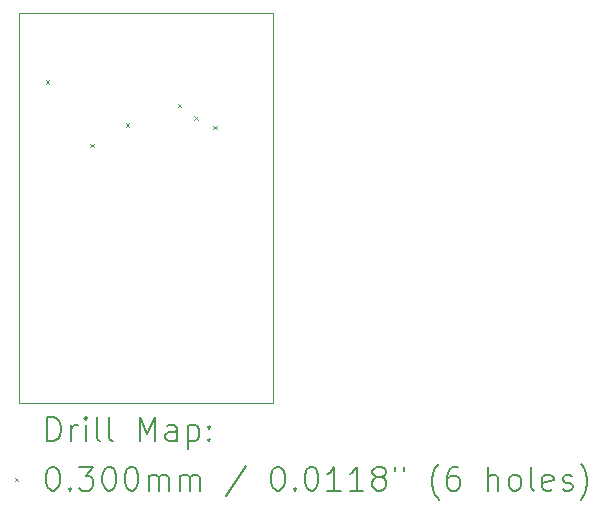
<source format=gbr>
%TF.GenerationSoftware,KiCad,Pcbnew,7.0.2-0*%
%TF.CreationDate,2023-11-12T18:23:27-05:00*%
%TF.ProjectId,Audio Module,41756469-6f20-44d6-9f64-756c652e6b69,rev?*%
%TF.SameCoordinates,Original*%
%TF.FileFunction,Drillmap*%
%TF.FilePolarity,Positive*%
%FSLAX45Y45*%
G04 Gerber Fmt 4.5, Leading zero omitted, Abs format (unit mm)*
G04 Created by KiCad (PCBNEW 7.0.2-0) date 2023-11-12 18:23:27*
%MOMM*%
%LPD*%
G01*
G04 APERTURE LIST*
%ADD10C,0.100000*%
%ADD11C,0.200000*%
%ADD12C,0.030000*%
G04 APERTURE END LIST*
D10*
X9911523Y-7285570D02*
X12065288Y-7285570D01*
X12065288Y-10594058D01*
X9911523Y-10594058D01*
X9911523Y-7285570D01*
D11*
D12*
X10140400Y-7854860D02*
X10170400Y-7884860D01*
X10170400Y-7854860D02*
X10140400Y-7884860D01*
X10518500Y-8394220D02*
X10548500Y-8424220D01*
X10548500Y-8394220D02*
X10518500Y-8424220D01*
X10816860Y-8222580D02*
X10846860Y-8252580D01*
X10846860Y-8222580D02*
X10816860Y-8252580D01*
X11259660Y-8056330D02*
X11289660Y-8086330D01*
X11289660Y-8056330D02*
X11259660Y-8086330D01*
X11398690Y-8161030D02*
X11428690Y-8191030D01*
X11428690Y-8161030D02*
X11398690Y-8191030D01*
X11557210Y-8241630D02*
X11587210Y-8271630D01*
X11587210Y-8241630D02*
X11557210Y-8271630D01*
D11*
X10154142Y-10911582D02*
X10154142Y-10711582D01*
X10154142Y-10711582D02*
X10201761Y-10711582D01*
X10201761Y-10711582D02*
X10230333Y-10721106D01*
X10230333Y-10721106D02*
X10249381Y-10740153D01*
X10249381Y-10740153D02*
X10258904Y-10759201D01*
X10258904Y-10759201D02*
X10268428Y-10797296D01*
X10268428Y-10797296D02*
X10268428Y-10825868D01*
X10268428Y-10825868D02*
X10258904Y-10863963D01*
X10258904Y-10863963D02*
X10249381Y-10883010D01*
X10249381Y-10883010D02*
X10230333Y-10902058D01*
X10230333Y-10902058D02*
X10201761Y-10911582D01*
X10201761Y-10911582D02*
X10154142Y-10911582D01*
X10354142Y-10911582D02*
X10354142Y-10778249D01*
X10354142Y-10816344D02*
X10363666Y-10797296D01*
X10363666Y-10797296D02*
X10373190Y-10787772D01*
X10373190Y-10787772D02*
X10392238Y-10778249D01*
X10392238Y-10778249D02*
X10411285Y-10778249D01*
X10477952Y-10911582D02*
X10477952Y-10778249D01*
X10477952Y-10711582D02*
X10468428Y-10721106D01*
X10468428Y-10721106D02*
X10477952Y-10730630D01*
X10477952Y-10730630D02*
X10487476Y-10721106D01*
X10487476Y-10721106D02*
X10477952Y-10711582D01*
X10477952Y-10711582D02*
X10477952Y-10730630D01*
X10601761Y-10911582D02*
X10582714Y-10902058D01*
X10582714Y-10902058D02*
X10573190Y-10883010D01*
X10573190Y-10883010D02*
X10573190Y-10711582D01*
X10706523Y-10911582D02*
X10687476Y-10902058D01*
X10687476Y-10902058D02*
X10677952Y-10883010D01*
X10677952Y-10883010D02*
X10677952Y-10711582D01*
X10935095Y-10911582D02*
X10935095Y-10711582D01*
X10935095Y-10711582D02*
X11001762Y-10854439D01*
X11001762Y-10854439D02*
X11068428Y-10711582D01*
X11068428Y-10711582D02*
X11068428Y-10911582D01*
X11249380Y-10911582D02*
X11249380Y-10806820D01*
X11249380Y-10806820D02*
X11239857Y-10787772D01*
X11239857Y-10787772D02*
X11220809Y-10778249D01*
X11220809Y-10778249D02*
X11182714Y-10778249D01*
X11182714Y-10778249D02*
X11163666Y-10787772D01*
X11249380Y-10902058D02*
X11230333Y-10911582D01*
X11230333Y-10911582D02*
X11182714Y-10911582D01*
X11182714Y-10911582D02*
X11163666Y-10902058D01*
X11163666Y-10902058D02*
X11154142Y-10883010D01*
X11154142Y-10883010D02*
X11154142Y-10863963D01*
X11154142Y-10863963D02*
X11163666Y-10844915D01*
X11163666Y-10844915D02*
X11182714Y-10835391D01*
X11182714Y-10835391D02*
X11230333Y-10835391D01*
X11230333Y-10835391D02*
X11249380Y-10825868D01*
X11344619Y-10778249D02*
X11344619Y-10978249D01*
X11344619Y-10787772D02*
X11363666Y-10778249D01*
X11363666Y-10778249D02*
X11401761Y-10778249D01*
X11401761Y-10778249D02*
X11420809Y-10787772D01*
X11420809Y-10787772D02*
X11430333Y-10797296D01*
X11430333Y-10797296D02*
X11439857Y-10816344D01*
X11439857Y-10816344D02*
X11439857Y-10873487D01*
X11439857Y-10873487D02*
X11430333Y-10892534D01*
X11430333Y-10892534D02*
X11420809Y-10902058D01*
X11420809Y-10902058D02*
X11401761Y-10911582D01*
X11401761Y-10911582D02*
X11363666Y-10911582D01*
X11363666Y-10911582D02*
X11344619Y-10902058D01*
X11525571Y-10892534D02*
X11535095Y-10902058D01*
X11535095Y-10902058D02*
X11525571Y-10911582D01*
X11525571Y-10911582D02*
X11516047Y-10902058D01*
X11516047Y-10902058D02*
X11525571Y-10892534D01*
X11525571Y-10892534D02*
X11525571Y-10911582D01*
X11525571Y-10787772D02*
X11535095Y-10797296D01*
X11535095Y-10797296D02*
X11525571Y-10806820D01*
X11525571Y-10806820D02*
X11516047Y-10797296D01*
X11516047Y-10797296D02*
X11525571Y-10787772D01*
X11525571Y-10787772D02*
X11525571Y-10806820D01*
D12*
X9876523Y-11224058D02*
X9906523Y-11254058D01*
X9906523Y-11224058D02*
X9876523Y-11254058D01*
D11*
X10192238Y-11131582D02*
X10211285Y-11131582D01*
X10211285Y-11131582D02*
X10230333Y-11141106D01*
X10230333Y-11141106D02*
X10239857Y-11150630D01*
X10239857Y-11150630D02*
X10249381Y-11169677D01*
X10249381Y-11169677D02*
X10258904Y-11207772D01*
X10258904Y-11207772D02*
X10258904Y-11255391D01*
X10258904Y-11255391D02*
X10249381Y-11293487D01*
X10249381Y-11293487D02*
X10239857Y-11312534D01*
X10239857Y-11312534D02*
X10230333Y-11322058D01*
X10230333Y-11322058D02*
X10211285Y-11331582D01*
X10211285Y-11331582D02*
X10192238Y-11331582D01*
X10192238Y-11331582D02*
X10173190Y-11322058D01*
X10173190Y-11322058D02*
X10163666Y-11312534D01*
X10163666Y-11312534D02*
X10154142Y-11293487D01*
X10154142Y-11293487D02*
X10144619Y-11255391D01*
X10144619Y-11255391D02*
X10144619Y-11207772D01*
X10144619Y-11207772D02*
X10154142Y-11169677D01*
X10154142Y-11169677D02*
X10163666Y-11150630D01*
X10163666Y-11150630D02*
X10173190Y-11141106D01*
X10173190Y-11141106D02*
X10192238Y-11131582D01*
X10344619Y-11312534D02*
X10354142Y-11322058D01*
X10354142Y-11322058D02*
X10344619Y-11331582D01*
X10344619Y-11331582D02*
X10335095Y-11322058D01*
X10335095Y-11322058D02*
X10344619Y-11312534D01*
X10344619Y-11312534D02*
X10344619Y-11331582D01*
X10420809Y-11131582D02*
X10544619Y-11131582D01*
X10544619Y-11131582D02*
X10477952Y-11207772D01*
X10477952Y-11207772D02*
X10506523Y-11207772D01*
X10506523Y-11207772D02*
X10525571Y-11217296D01*
X10525571Y-11217296D02*
X10535095Y-11226820D01*
X10535095Y-11226820D02*
X10544619Y-11245868D01*
X10544619Y-11245868D02*
X10544619Y-11293487D01*
X10544619Y-11293487D02*
X10535095Y-11312534D01*
X10535095Y-11312534D02*
X10525571Y-11322058D01*
X10525571Y-11322058D02*
X10506523Y-11331582D01*
X10506523Y-11331582D02*
X10449381Y-11331582D01*
X10449381Y-11331582D02*
X10430333Y-11322058D01*
X10430333Y-11322058D02*
X10420809Y-11312534D01*
X10668428Y-11131582D02*
X10687476Y-11131582D01*
X10687476Y-11131582D02*
X10706523Y-11141106D01*
X10706523Y-11141106D02*
X10716047Y-11150630D01*
X10716047Y-11150630D02*
X10725571Y-11169677D01*
X10725571Y-11169677D02*
X10735095Y-11207772D01*
X10735095Y-11207772D02*
X10735095Y-11255391D01*
X10735095Y-11255391D02*
X10725571Y-11293487D01*
X10725571Y-11293487D02*
X10716047Y-11312534D01*
X10716047Y-11312534D02*
X10706523Y-11322058D01*
X10706523Y-11322058D02*
X10687476Y-11331582D01*
X10687476Y-11331582D02*
X10668428Y-11331582D01*
X10668428Y-11331582D02*
X10649381Y-11322058D01*
X10649381Y-11322058D02*
X10639857Y-11312534D01*
X10639857Y-11312534D02*
X10630333Y-11293487D01*
X10630333Y-11293487D02*
X10620809Y-11255391D01*
X10620809Y-11255391D02*
X10620809Y-11207772D01*
X10620809Y-11207772D02*
X10630333Y-11169677D01*
X10630333Y-11169677D02*
X10639857Y-11150630D01*
X10639857Y-11150630D02*
X10649381Y-11141106D01*
X10649381Y-11141106D02*
X10668428Y-11131582D01*
X10858904Y-11131582D02*
X10877952Y-11131582D01*
X10877952Y-11131582D02*
X10897000Y-11141106D01*
X10897000Y-11141106D02*
X10906523Y-11150630D01*
X10906523Y-11150630D02*
X10916047Y-11169677D01*
X10916047Y-11169677D02*
X10925571Y-11207772D01*
X10925571Y-11207772D02*
X10925571Y-11255391D01*
X10925571Y-11255391D02*
X10916047Y-11293487D01*
X10916047Y-11293487D02*
X10906523Y-11312534D01*
X10906523Y-11312534D02*
X10897000Y-11322058D01*
X10897000Y-11322058D02*
X10877952Y-11331582D01*
X10877952Y-11331582D02*
X10858904Y-11331582D01*
X10858904Y-11331582D02*
X10839857Y-11322058D01*
X10839857Y-11322058D02*
X10830333Y-11312534D01*
X10830333Y-11312534D02*
X10820809Y-11293487D01*
X10820809Y-11293487D02*
X10811285Y-11255391D01*
X10811285Y-11255391D02*
X10811285Y-11207772D01*
X10811285Y-11207772D02*
X10820809Y-11169677D01*
X10820809Y-11169677D02*
X10830333Y-11150630D01*
X10830333Y-11150630D02*
X10839857Y-11141106D01*
X10839857Y-11141106D02*
X10858904Y-11131582D01*
X11011285Y-11331582D02*
X11011285Y-11198248D01*
X11011285Y-11217296D02*
X11020809Y-11207772D01*
X11020809Y-11207772D02*
X11039857Y-11198248D01*
X11039857Y-11198248D02*
X11068428Y-11198248D01*
X11068428Y-11198248D02*
X11087476Y-11207772D01*
X11087476Y-11207772D02*
X11097000Y-11226820D01*
X11097000Y-11226820D02*
X11097000Y-11331582D01*
X11097000Y-11226820D02*
X11106523Y-11207772D01*
X11106523Y-11207772D02*
X11125571Y-11198248D01*
X11125571Y-11198248D02*
X11154142Y-11198248D01*
X11154142Y-11198248D02*
X11173190Y-11207772D01*
X11173190Y-11207772D02*
X11182714Y-11226820D01*
X11182714Y-11226820D02*
X11182714Y-11331582D01*
X11277952Y-11331582D02*
X11277952Y-11198248D01*
X11277952Y-11217296D02*
X11287476Y-11207772D01*
X11287476Y-11207772D02*
X11306523Y-11198248D01*
X11306523Y-11198248D02*
X11335095Y-11198248D01*
X11335095Y-11198248D02*
X11354142Y-11207772D01*
X11354142Y-11207772D02*
X11363666Y-11226820D01*
X11363666Y-11226820D02*
X11363666Y-11331582D01*
X11363666Y-11226820D02*
X11373190Y-11207772D01*
X11373190Y-11207772D02*
X11392238Y-11198248D01*
X11392238Y-11198248D02*
X11420809Y-11198248D01*
X11420809Y-11198248D02*
X11439857Y-11207772D01*
X11439857Y-11207772D02*
X11449381Y-11226820D01*
X11449381Y-11226820D02*
X11449381Y-11331582D01*
X11839857Y-11122058D02*
X11668428Y-11379201D01*
X12097000Y-11131582D02*
X12116047Y-11131582D01*
X12116047Y-11131582D02*
X12135095Y-11141106D01*
X12135095Y-11141106D02*
X12144619Y-11150630D01*
X12144619Y-11150630D02*
X12154143Y-11169677D01*
X12154143Y-11169677D02*
X12163666Y-11207772D01*
X12163666Y-11207772D02*
X12163666Y-11255391D01*
X12163666Y-11255391D02*
X12154143Y-11293487D01*
X12154143Y-11293487D02*
X12144619Y-11312534D01*
X12144619Y-11312534D02*
X12135095Y-11322058D01*
X12135095Y-11322058D02*
X12116047Y-11331582D01*
X12116047Y-11331582D02*
X12097000Y-11331582D01*
X12097000Y-11331582D02*
X12077952Y-11322058D01*
X12077952Y-11322058D02*
X12068428Y-11312534D01*
X12068428Y-11312534D02*
X12058904Y-11293487D01*
X12058904Y-11293487D02*
X12049381Y-11255391D01*
X12049381Y-11255391D02*
X12049381Y-11207772D01*
X12049381Y-11207772D02*
X12058904Y-11169677D01*
X12058904Y-11169677D02*
X12068428Y-11150630D01*
X12068428Y-11150630D02*
X12077952Y-11141106D01*
X12077952Y-11141106D02*
X12097000Y-11131582D01*
X12249381Y-11312534D02*
X12258904Y-11322058D01*
X12258904Y-11322058D02*
X12249381Y-11331582D01*
X12249381Y-11331582D02*
X12239857Y-11322058D01*
X12239857Y-11322058D02*
X12249381Y-11312534D01*
X12249381Y-11312534D02*
X12249381Y-11331582D01*
X12382714Y-11131582D02*
X12401762Y-11131582D01*
X12401762Y-11131582D02*
X12420809Y-11141106D01*
X12420809Y-11141106D02*
X12430333Y-11150630D01*
X12430333Y-11150630D02*
X12439857Y-11169677D01*
X12439857Y-11169677D02*
X12449381Y-11207772D01*
X12449381Y-11207772D02*
X12449381Y-11255391D01*
X12449381Y-11255391D02*
X12439857Y-11293487D01*
X12439857Y-11293487D02*
X12430333Y-11312534D01*
X12430333Y-11312534D02*
X12420809Y-11322058D01*
X12420809Y-11322058D02*
X12401762Y-11331582D01*
X12401762Y-11331582D02*
X12382714Y-11331582D01*
X12382714Y-11331582D02*
X12363666Y-11322058D01*
X12363666Y-11322058D02*
X12354143Y-11312534D01*
X12354143Y-11312534D02*
X12344619Y-11293487D01*
X12344619Y-11293487D02*
X12335095Y-11255391D01*
X12335095Y-11255391D02*
X12335095Y-11207772D01*
X12335095Y-11207772D02*
X12344619Y-11169677D01*
X12344619Y-11169677D02*
X12354143Y-11150630D01*
X12354143Y-11150630D02*
X12363666Y-11141106D01*
X12363666Y-11141106D02*
X12382714Y-11131582D01*
X12639857Y-11331582D02*
X12525571Y-11331582D01*
X12582714Y-11331582D02*
X12582714Y-11131582D01*
X12582714Y-11131582D02*
X12563666Y-11160153D01*
X12563666Y-11160153D02*
X12544619Y-11179201D01*
X12544619Y-11179201D02*
X12525571Y-11188725D01*
X12830333Y-11331582D02*
X12716047Y-11331582D01*
X12773190Y-11331582D02*
X12773190Y-11131582D01*
X12773190Y-11131582D02*
X12754143Y-11160153D01*
X12754143Y-11160153D02*
X12735095Y-11179201D01*
X12735095Y-11179201D02*
X12716047Y-11188725D01*
X12944619Y-11217296D02*
X12925571Y-11207772D01*
X12925571Y-11207772D02*
X12916047Y-11198248D01*
X12916047Y-11198248D02*
X12906524Y-11179201D01*
X12906524Y-11179201D02*
X12906524Y-11169677D01*
X12906524Y-11169677D02*
X12916047Y-11150630D01*
X12916047Y-11150630D02*
X12925571Y-11141106D01*
X12925571Y-11141106D02*
X12944619Y-11131582D01*
X12944619Y-11131582D02*
X12982714Y-11131582D01*
X12982714Y-11131582D02*
X13001762Y-11141106D01*
X13001762Y-11141106D02*
X13011285Y-11150630D01*
X13011285Y-11150630D02*
X13020809Y-11169677D01*
X13020809Y-11169677D02*
X13020809Y-11179201D01*
X13020809Y-11179201D02*
X13011285Y-11198248D01*
X13011285Y-11198248D02*
X13001762Y-11207772D01*
X13001762Y-11207772D02*
X12982714Y-11217296D01*
X12982714Y-11217296D02*
X12944619Y-11217296D01*
X12944619Y-11217296D02*
X12925571Y-11226820D01*
X12925571Y-11226820D02*
X12916047Y-11236344D01*
X12916047Y-11236344D02*
X12906524Y-11255391D01*
X12906524Y-11255391D02*
X12906524Y-11293487D01*
X12906524Y-11293487D02*
X12916047Y-11312534D01*
X12916047Y-11312534D02*
X12925571Y-11322058D01*
X12925571Y-11322058D02*
X12944619Y-11331582D01*
X12944619Y-11331582D02*
X12982714Y-11331582D01*
X12982714Y-11331582D02*
X13001762Y-11322058D01*
X13001762Y-11322058D02*
X13011285Y-11312534D01*
X13011285Y-11312534D02*
X13020809Y-11293487D01*
X13020809Y-11293487D02*
X13020809Y-11255391D01*
X13020809Y-11255391D02*
X13011285Y-11236344D01*
X13011285Y-11236344D02*
X13001762Y-11226820D01*
X13001762Y-11226820D02*
X12982714Y-11217296D01*
X13097000Y-11131582D02*
X13097000Y-11169677D01*
X13173190Y-11131582D02*
X13173190Y-11169677D01*
X13468428Y-11407772D02*
X13458905Y-11398248D01*
X13458905Y-11398248D02*
X13439857Y-11369677D01*
X13439857Y-11369677D02*
X13430333Y-11350629D01*
X13430333Y-11350629D02*
X13420809Y-11322058D01*
X13420809Y-11322058D02*
X13411286Y-11274439D01*
X13411286Y-11274439D02*
X13411286Y-11236344D01*
X13411286Y-11236344D02*
X13420809Y-11188725D01*
X13420809Y-11188725D02*
X13430333Y-11160153D01*
X13430333Y-11160153D02*
X13439857Y-11141106D01*
X13439857Y-11141106D02*
X13458905Y-11112534D01*
X13458905Y-11112534D02*
X13468428Y-11103010D01*
X13630333Y-11131582D02*
X13592238Y-11131582D01*
X13592238Y-11131582D02*
X13573190Y-11141106D01*
X13573190Y-11141106D02*
X13563666Y-11150630D01*
X13563666Y-11150630D02*
X13544619Y-11179201D01*
X13544619Y-11179201D02*
X13535095Y-11217296D01*
X13535095Y-11217296D02*
X13535095Y-11293487D01*
X13535095Y-11293487D02*
X13544619Y-11312534D01*
X13544619Y-11312534D02*
X13554143Y-11322058D01*
X13554143Y-11322058D02*
X13573190Y-11331582D01*
X13573190Y-11331582D02*
X13611286Y-11331582D01*
X13611286Y-11331582D02*
X13630333Y-11322058D01*
X13630333Y-11322058D02*
X13639857Y-11312534D01*
X13639857Y-11312534D02*
X13649381Y-11293487D01*
X13649381Y-11293487D02*
X13649381Y-11245868D01*
X13649381Y-11245868D02*
X13639857Y-11226820D01*
X13639857Y-11226820D02*
X13630333Y-11217296D01*
X13630333Y-11217296D02*
X13611286Y-11207772D01*
X13611286Y-11207772D02*
X13573190Y-11207772D01*
X13573190Y-11207772D02*
X13554143Y-11217296D01*
X13554143Y-11217296D02*
X13544619Y-11226820D01*
X13544619Y-11226820D02*
X13535095Y-11245868D01*
X13887476Y-11331582D02*
X13887476Y-11131582D01*
X13973190Y-11331582D02*
X13973190Y-11226820D01*
X13973190Y-11226820D02*
X13963667Y-11207772D01*
X13963667Y-11207772D02*
X13944619Y-11198248D01*
X13944619Y-11198248D02*
X13916047Y-11198248D01*
X13916047Y-11198248D02*
X13897000Y-11207772D01*
X13897000Y-11207772D02*
X13887476Y-11217296D01*
X14097000Y-11331582D02*
X14077952Y-11322058D01*
X14077952Y-11322058D02*
X14068428Y-11312534D01*
X14068428Y-11312534D02*
X14058905Y-11293487D01*
X14058905Y-11293487D02*
X14058905Y-11236344D01*
X14058905Y-11236344D02*
X14068428Y-11217296D01*
X14068428Y-11217296D02*
X14077952Y-11207772D01*
X14077952Y-11207772D02*
X14097000Y-11198248D01*
X14097000Y-11198248D02*
X14125571Y-11198248D01*
X14125571Y-11198248D02*
X14144619Y-11207772D01*
X14144619Y-11207772D02*
X14154143Y-11217296D01*
X14154143Y-11217296D02*
X14163667Y-11236344D01*
X14163667Y-11236344D02*
X14163667Y-11293487D01*
X14163667Y-11293487D02*
X14154143Y-11312534D01*
X14154143Y-11312534D02*
X14144619Y-11322058D01*
X14144619Y-11322058D02*
X14125571Y-11331582D01*
X14125571Y-11331582D02*
X14097000Y-11331582D01*
X14277952Y-11331582D02*
X14258905Y-11322058D01*
X14258905Y-11322058D02*
X14249381Y-11303010D01*
X14249381Y-11303010D02*
X14249381Y-11131582D01*
X14430333Y-11322058D02*
X14411286Y-11331582D01*
X14411286Y-11331582D02*
X14373190Y-11331582D01*
X14373190Y-11331582D02*
X14354143Y-11322058D01*
X14354143Y-11322058D02*
X14344619Y-11303010D01*
X14344619Y-11303010D02*
X14344619Y-11226820D01*
X14344619Y-11226820D02*
X14354143Y-11207772D01*
X14354143Y-11207772D02*
X14373190Y-11198248D01*
X14373190Y-11198248D02*
X14411286Y-11198248D01*
X14411286Y-11198248D02*
X14430333Y-11207772D01*
X14430333Y-11207772D02*
X14439857Y-11226820D01*
X14439857Y-11226820D02*
X14439857Y-11245868D01*
X14439857Y-11245868D02*
X14344619Y-11264915D01*
X14516048Y-11322058D02*
X14535095Y-11331582D01*
X14535095Y-11331582D02*
X14573190Y-11331582D01*
X14573190Y-11331582D02*
X14592238Y-11322058D01*
X14592238Y-11322058D02*
X14601762Y-11303010D01*
X14601762Y-11303010D02*
X14601762Y-11293487D01*
X14601762Y-11293487D02*
X14592238Y-11274439D01*
X14592238Y-11274439D02*
X14573190Y-11264915D01*
X14573190Y-11264915D02*
X14544619Y-11264915D01*
X14544619Y-11264915D02*
X14525571Y-11255391D01*
X14525571Y-11255391D02*
X14516048Y-11236344D01*
X14516048Y-11236344D02*
X14516048Y-11226820D01*
X14516048Y-11226820D02*
X14525571Y-11207772D01*
X14525571Y-11207772D02*
X14544619Y-11198248D01*
X14544619Y-11198248D02*
X14573190Y-11198248D01*
X14573190Y-11198248D02*
X14592238Y-11207772D01*
X14668429Y-11407772D02*
X14677952Y-11398248D01*
X14677952Y-11398248D02*
X14697000Y-11369677D01*
X14697000Y-11369677D02*
X14706524Y-11350629D01*
X14706524Y-11350629D02*
X14716048Y-11322058D01*
X14716048Y-11322058D02*
X14725571Y-11274439D01*
X14725571Y-11274439D02*
X14725571Y-11236344D01*
X14725571Y-11236344D02*
X14716048Y-11188725D01*
X14716048Y-11188725D02*
X14706524Y-11160153D01*
X14706524Y-11160153D02*
X14697000Y-11141106D01*
X14697000Y-11141106D02*
X14677952Y-11112534D01*
X14677952Y-11112534D02*
X14668429Y-11103010D01*
M02*

</source>
